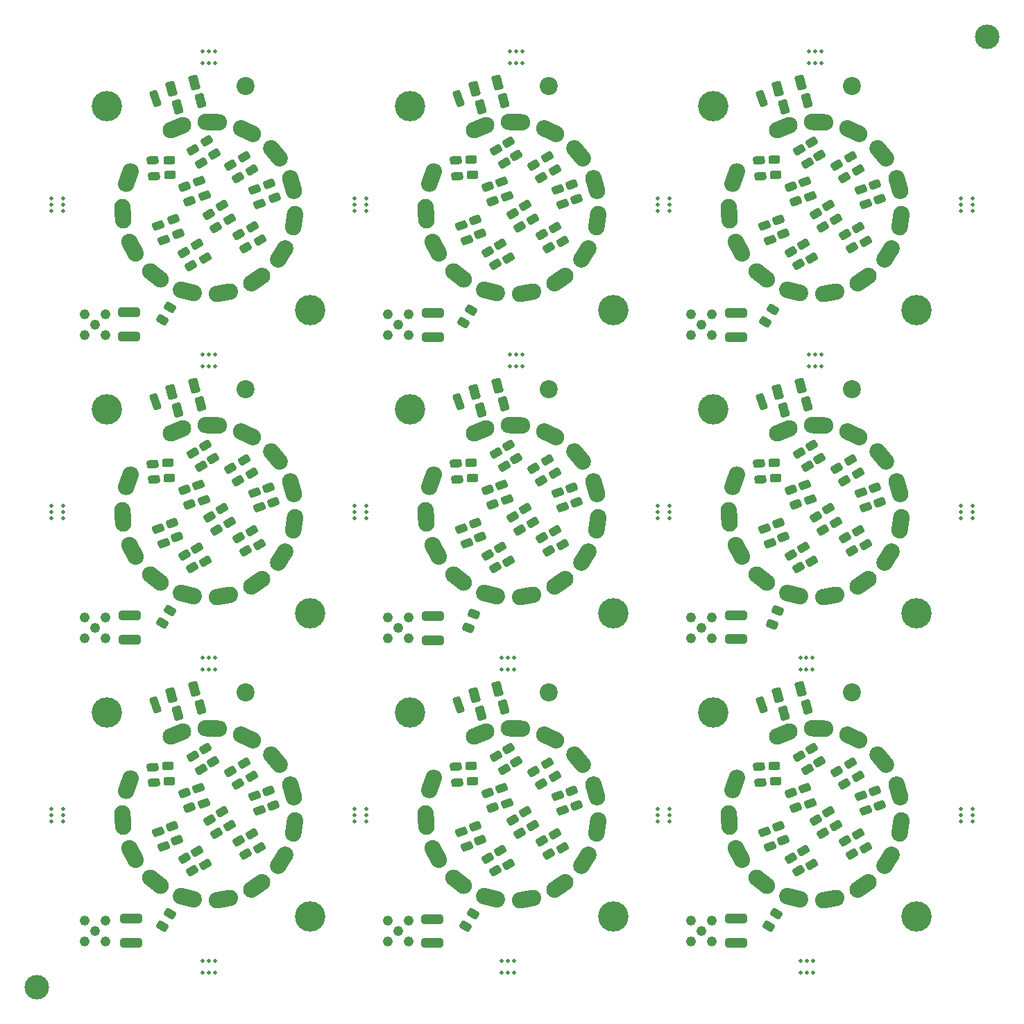
<source format=gbr>
%TF.GenerationSoftware,KiCad,Pcbnew,7.0.9*%
%TF.CreationDate,2024-10-30T14:50:37+01:00*%
%TF.ProjectId,panel,70616e65-6c2e-46b6-9963-61645f706362,rev?*%
%TF.SameCoordinates,Original*%
%TF.FileFunction,Soldermask,Top*%
%TF.FilePolarity,Negative*%
%FSLAX46Y46*%
G04 Gerber Fmt 4.6, Leading zero omitted, Abs format (unit mm)*
G04 Created by KiCad (PCBNEW 7.0.9) date 2024-10-30 14:50:37*
%MOMM*%
%LPD*%
G01*
G04 APERTURE LIST*
G04 Aperture macros list*
%AMRoundRect*
0 Rectangle with rounded corners*
0 $1 Rounding radius*
0 $2 $3 $4 $5 $6 $7 $8 $9 X,Y pos of 4 corners*
0 Add a 4 corners polygon primitive as box body*
4,1,4,$2,$3,$4,$5,$6,$7,$8,$9,$2,$3,0*
0 Add four circle primitives for the rounded corners*
1,1,$1+$1,$2,$3*
1,1,$1+$1,$4,$5*
1,1,$1+$1,$6,$7*
1,1,$1+$1,$8,$9*
0 Add four rect primitives between the rounded corners*
20,1,$1+$1,$2,$3,$4,$5,0*
20,1,$1+$1,$4,$5,$6,$7,0*
20,1,$1+$1,$6,$7,$8,$9,0*
20,1,$1+$1,$8,$9,$2,$3,0*%
%AMHorizOval*
0 Thick line with rounded ends*
0 $1 width*
0 $2 $3 position (X,Y) of the first rounded end (center of the circle)*
0 $4 $5 position (X,Y) of the second rounded end (center of the circle)*
0 Add line between two ends*
20,1,$1,$2,$3,$4,$5,0*
0 Add two circle primitives to create the rounded ends*
1,1,$1,$2,$3*
1,1,$1,$4,$5*%
G04 Aperture macros list end*
%ADD10C,3.000000*%
%ADD11C,0.500000*%
%ADD12C,2.200000*%
%ADD13RoundRect,0.250000X0.021592X-0.790275X0.491438X-0.619264X-0.021592X0.790275X-0.491438X0.619264X0*%
%ADD14C,1.240000*%
%ADD15HorizOval,2.000000X0.273616X0.751754X-0.273616X-0.751754X0*%
%ADD16HorizOval,2.000000X-0.055805X0.798051X0.055805X-0.798051X0*%
%ADD17HorizOval,2.000000X-0.375577X0.706358X0.375577X-0.706358X0*%
%ADD18HorizOval,2.000000X-0.630409X0.492529X0.630409X-0.492529X0*%
%ADD19HorizOval,2.000000X-0.776237X0.193538X0.776237X-0.193538X0*%
%ADD20HorizOval,2.000000X-0.787846X-0.138919X0.787846X0.138919X0*%
%ADD21HorizOval,2.000000X-0.663230X-0.447354X0.663230X0.447354X0*%
%ADD22HorizOval,2.000000X-0.423935X-0.678438X0.423935X0.678438X0*%
%ADD23HorizOval,2.000000X-0.111338X-0.792214X0.111338X0.792214X0*%
%ADD24HorizOval,2.000000X0.220510X-0.769009X-0.220510X0.769009X0*%
%ADD25HorizOval,2.000000X0.514230X-0.612836X-0.514230X0.612836X0*%
%ADD26HorizOval,2.000000X0.719035X-0.350697X-0.719035X0.350697X0*%
%ADD27HorizOval,2.000000X0.799513X-0.027920X-0.799513X0.027920X0*%
%ADD28HorizOval,2.000000X0.741747X0.299685X-0.741747X-0.299685X0*%
%ADD29C,3.700000*%
%ADD30RoundRect,0.250000X0.536362X0.020994X0.286362X0.454006X-0.536362X-0.020994X-0.286362X-0.454006X0*%
%ADD31RoundRect,0.250000X-0.536362X-0.020994X-0.286362X-0.454006X0.536362X0.020994X0.286362X0.454006X0*%
%ADD32RoundRect,0.250000X0.145694X0.711968X-0.482158X0.543736X-0.145694X-0.711968X0.482158X-0.543736X0*%
%ADD33RoundRect,0.250000X0.471166X-0.222281X0.425409X0.300721X-0.471166X0.222281X-0.425409X-0.300721X0*%
%ADD34RoundRect,0.250000X0.531859X-0.072464X0.360849X0.397383X-0.531859X0.072464X-0.360849X-0.397383X0*%
%ADD35RoundRect,0.250000X0.512642X-0.092760X0.333081X0.400578X-0.512642X0.092760X-0.333081X-0.400578X0*%
%ADD36RoundRect,0.250000X0.258461X-0.452332X0.520961X0.002332X-0.258461X0.452332X-0.520961X-0.002332X0*%
%ADD37RoundRect,0.250000X0.520961X-0.002332X0.258461X0.452332X-0.520961X0.002332X-0.258461X-0.452332X0*%
%ADD38RoundRect,0.250000X1.075000X-0.312500X1.075000X0.312500X-1.075000X0.312500X-1.075000X-0.312500X0*%
%ADD39RoundRect,0.250000X-0.520961X0.002332X-0.258461X-0.452332X0.520961X-0.002332X0.258461X0.452332X0*%
%ADD40RoundRect,0.250000X-1.075000X0.312500X-1.075000X-0.312500X1.075000X-0.312500X1.075000X0.312500X0*%
%ADD41RoundRect,0.250000X0.140090X0.684585X-0.463614X0.522823X-0.140090X-0.684585X0.463614X-0.522823X0*%
%ADD42RoundRect,0.250000X0.494981X-0.207650X0.451404X0.290448X-0.494981X0.207650X-0.451404X-0.290448X0*%
%ADD43RoundRect,0.250000X0.333081X-0.400578X0.512642X0.092760X-0.333081X0.400578X-0.512642X-0.092760X0*%
G04 APERTURE END LIST*
D10*
%TO.C,FD1*%
X101499775Y-143000000D03*
%TD*%
%TO.C,FD2*%
X217499775Y-27000000D03*
%TD*%
D11*
%TO.C,mouse-bite-2mm-slot*%
X103249775Y-122750000D03*
X104749775Y-122750000D03*
X103249775Y-122000000D03*
X104749775Y-122000000D03*
X103249775Y-121250000D03*
X104749775Y-121250000D03*
%TD*%
%TO.C,mouse-bite-2mm-slot*%
X103249775Y-85750000D03*
X104749775Y-85750000D03*
X103249775Y-85000000D03*
X104749775Y-85000000D03*
X103249775Y-84250000D03*
X104749775Y-84250000D03*
%TD*%
%TO.C,mouse-bite-2mm-slot*%
X103249775Y-48250000D03*
X104749775Y-48250000D03*
X103249775Y-47500000D03*
X104749775Y-47500000D03*
X103249775Y-46750000D03*
X104749775Y-46750000D03*
%TD*%
%TO.C,mouse-bite-2mm-slot*%
X214249775Y-48250000D03*
X215749775Y-48250000D03*
X214249775Y-47500000D03*
X215749775Y-47500000D03*
X214249775Y-46750000D03*
X215749775Y-46750000D03*
%TD*%
%TO.C,mouse-bite-2mm-slot*%
X214249775Y-85750000D03*
X215749775Y-85750000D03*
X214249775Y-85000000D03*
X215749775Y-85000000D03*
X214249775Y-84250000D03*
X215749775Y-84250000D03*
%TD*%
%TO.C,mouse-bite-2mm-slot*%
X194749775Y-139750000D03*
X194749775Y-141250000D03*
X195499775Y-139750000D03*
X195499775Y-141250000D03*
X196249775Y-139750000D03*
X196249775Y-141250000D03*
%TD*%
%TO.C,mouse-bite-2mm-slot*%
X214249775Y-122750000D03*
X215749775Y-122750000D03*
X214249775Y-122000000D03*
X215749775Y-122000000D03*
X214249775Y-121250000D03*
X215749775Y-121250000D03*
%TD*%
%TO.C,mouse-bite-2mm-slot*%
X158249775Y-139750000D03*
X158249775Y-141250000D03*
X158999775Y-139750000D03*
X158999775Y-141250000D03*
X159749775Y-139750000D03*
X159749775Y-141250000D03*
%TD*%
%TO.C,mouse-bite-2mm-slot*%
X195749775Y-28750000D03*
X195749775Y-30250000D03*
X196499775Y-28750000D03*
X196499775Y-30250000D03*
X197249775Y-28750000D03*
X197249775Y-30250000D03*
%TD*%
%TO.C,mouse-bite-2mm-slot*%
X159249775Y-28750000D03*
X159249775Y-30250000D03*
X159999775Y-28750000D03*
X159999775Y-30250000D03*
X160749775Y-28750000D03*
X160749775Y-30250000D03*
%TD*%
%TO.C,mouse-bite-2mm-slot*%
X121749775Y-28750000D03*
X121749775Y-30250000D03*
X122499775Y-28750000D03*
X122499775Y-30250000D03*
X123249775Y-28750000D03*
X123249775Y-30250000D03*
%TD*%
%TO.C,mouse-bite-2mm-slot*%
X178749775Y-46750000D03*
X177249775Y-46750000D03*
X178749775Y-47500000D03*
X177249775Y-47500000D03*
X178749775Y-48250000D03*
X177249775Y-48250000D03*
%TD*%
%TO.C,mouse-bite-2mm-slot*%
X178749775Y-84250000D03*
X177249775Y-84250000D03*
X178749775Y-85000000D03*
X177249775Y-85000000D03*
X178749775Y-85750000D03*
X177249775Y-85750000D03*
%TD*%
%TO.C,mouse-bite-2mm-slot*%
X178749775Y-121250000D03*
X177249775Y-121250000D03*
X178749775Y-122000000D03*
X177249775Y-122000000D03*
X178749775Y-122750000D03*
X177249775Y-122750000D03*
%TD*%
%TO.C,mouse-bite-2mm-slot*%
X140249775Y-122750000D03*
X141749775Y-122750000D03*
X140249775Y-122000000D03*
X141749775Y-122000000D03*
X140249775Y-121250000D03*
X141749775Y-121250000D03*
%TD*%
%TO.C,mouse-bite-2mm-slot*%
X140249775Y-85750000D03*
X141749775Y-85750000D03*
X140249775Y-85000000D03*
X141749775Y-85000000D03*
X140249775Y-84250000D03*
X141749775Y-84250000D03*
%TD*%
%TO.C,mouse-bite-2mm-slot*%
X140249775Y-48250000D03*
X141749775Y-48250000D03*
X140249775Y-47500000D03*
X141749775Y-47500000D03*
X140249775Y-46750000D03*
X141749775Y-46750000D03*
%TD*%
%TO.C,mouse-bite-2mm-slot*%
X121749775Y-139750000D03*
X121749775Y-141250000D03*
X122499775Y-139750000D03*
X122499775Y-141250000D03*
X123249775Y-139750000D03*
X123249775Y-141250000D03*
%TD*%
%TO.C,mouse-bite-2mm-slot*%
X159749775Y-104250000D03*
X158249775Y-104250000D03*
X158249775Y-102750000D03*
X159749775Y-102750000D03*
X158999775Y-104250000D03*
X158999775Y-102750000D03*
%TD*%
%TO.C,mouse-bite-2mm-slot*%
X195441975Y-102750000D03*
X195441975Y-104250000D03*
X196191975Y-102750000D03*
X194691975Y-102750000D03*
X194691975Y-104250000D03*
X196191975Y-104250000D03*
%TD*%
%TO.C,mouse-bite-2mm-slot*%
X196499775Y-65750000D03*
X196499775Y-67250000D03*
X197249775Y-65750000D03*
X195749775Y-65750000D03*
X195749775Y-67250000D03*
X197249775Y-67250000D03*
%TD*%
%TO.C,mouse-bite-2mm-slot*%
X160749775Y-67250000D03*
X159249775Y-67250000D03*
X159249775Y-65750000D03*
X160749775Y-65750000D03*
X159999775Y-67250000D03*
X159999775Y-65750000D03*
%TD*%
%TO.C,mouse-bite-2mm-slot*%
X121749775Y-102750000D03*
X121749775Y-104250000D03*
X122499775Y-102750000D03*
X122499775Y-104250000D03*
X123249775Y-102750000D03*
X123249775Y-104250000D03*
%TD*%
%TO.C,mouse-bite-2mm-slot*%
X123249775Y-67250000D03*
X121749775Y-67250000D03*
X121749775Y-65750000D03*
X123249775Y-65750000D03*
X122499775Y-67250000D03*
X122499775Y-65750000D03*
%TD*%
D12*
%TO.C,HV_GND*%
X200997975Y-106998200D03*
%TD*%
%TO.C,HV_GND*%
X163997975Y-106998200D03*
%TD*%
%TO.C,HV_GND*%
X126997975Y-107000000D03*
%TD*%
%TO.C,HV_GND*%
X200997975Y-69998200D03*
%TD*%
%TO.C,HV_GND*%
X163997975Y-69998200D03*
%TD*%
%TO.C,HV_GND*%
X126997975Y-70000000D03*
%TD*%
%TO.C,HV_GND*%
X200999775Y-32998200D03*
%TD*%
%TO.C,HV_GND*%
X163999775Y-32998200D03*
%TD*%
%TO.C,HV_GND*%
X126999775Y-33000000D03*
%TD*%
D13*
%TO.C,-HV*%
X189997975Y-108498200D03*
%TD*%
%TO.C,-HV*%
X152997975Y-108498200D03*
%TD*%
%TO.C,-HV*%
X115997975Y-108500000D03*
%TD*%
%TO.C,-HV*%
X189997975Y-71498200D03*
%TD*%
%TO.C,-HV*%
X152997975Y-71498200D03*
%TD*%
%TO.C,-HV*%
X115997975Y-71500000D03*
%TD*%
%TO.C,-HV*%
X189999775Y-34498200D03*
%TD*%
%TO.C,-HV*%
X152999775Y-34498200D03*
%TD*%
%TO.C,-HV*%
X115999775Y-34500000D03*
%TD*%
D14*
%TO.C,OUT*%
X144324975Y-134841400D03*
X144324975Y-137381400D03*
X146864975Y-134841400D03*
X146864975Y-137381400D03*
X145594975Y-136111400D03*
%TD*%
%TO.C,OUT*%
X107324975Y-134843200D03*
X107324975Y-137383200D03*
X109864975Y-134843200D03*
X109864975Y-137383200D03*
X108594975Y-136113200D03*
%TD*%
%TO.C,OUT*%
X182594975Y-136111400D03*
X183864975Y-137381400D03*
X183864975Y-134841400D03*
X181324975Y-137381400D03*
X181324975Y-134841400D03*
%TD*%
%TO.C,OUT*%
X144324975Y-97841400D03*
X144324975Y-100381400D03*
X146864975Y-97841400D03*
X146864975Y-100381400D03*
X145594975Y-99111400D03*
%TD*%
%TO.C,OUT*%
X107324975Y-97843200D03*
X107324975Y-100383200D03*
X109864975Y-97843200D03*
X109864975Y-100383200D03*
X108594975Y-99113200D03*
%TD*%
%TO.C,OUT*%
X182594975Y-99111400D03*
X183864975Y-100381400D03*
X183864975Y-97841400D03*
X181324975Y-100381400D03*
X181324975Y-97841400D03*
%TD*%
%TO.C,OUT*%
X182596775Y-62111400D03*
X183866775Y-63381400D03*
X183866775Y-60841400D03*
X181326775Y-63381400D03*
X181326775Y-60841400D03*
%TD*%
%TO.C,OUT*%
X144326775Y-60841400D03*
X144326775Y-63381400D03*
X146866775Y-60841400D03*
X146866775Y-63381400D03*
X145596775Y-62111400D03*
%TD*%
%TO.C,OUT*%
X107326775Y-60843200D03*
X107326775Y-63383200D03*
X109866775Y-60843200D03*
X109866775Y-63383200D03*
X108596775Y-62113200D03*
%TD*%
D15*
%TO.C,U1x3*%
X186650492Y-44221491D03*
D16*
X186011789Y-48546643D03*
D17*
X187187510Y-52757658D03*
D18*
X189974348Y-56126395D03*
D19*
X193890456Y-58070381D03*
D20*
X198258681Y-58253482D03*
D21*
X202323728Y-56644029D03*
D22*
X205382708Y-53520318D03*
D23*
X206906703Y-49422472D03*
D24*
X206632186Y-45059035D03*
D25*
X204606657Y-41184491D03*
D26*
X201180304Y-38468785D03*
D27*
X196945601Y-37381483D03*
D28*
X192634757Y-38110592D03*
D29*
X208852648Y-60384485D03*
X184062646Y-35494488D03*
%TD*%
D15*
%TO.C,U2x3*%
X186648692Y-81221641D03*
D16*
X186009989Y-85546793D03*
D17*
X187185710Y-89757808D03*
D18*
X189972548Y-93126545D03*
D19*
X193888656Y-95070531D03*
D20*
X198256881Y-95253632D03*
D21*
X202321928Y-93644179D03*
D22*
X205380908Y-90520468D03*
D23*
X206904903Y-86422622D03*
D24*
X206630386Y-82059185D03*
D25*
X204604857Y-78184641D03*
D26*
X201178504Y-75468935D03*
D27*
X196943801Y-74381633D03*
D28*
X192632957Y-75110742D03*
D29*
X208850848Y-97384635D03*
X184060846Y-72494638D03*
%TD*%
D15*
%TO.C,U3x3*%
X186648692Y-118221791D03*
D16*
X186009989Y-122546943D03*
D17*
X187185710Y-126757958D03*
D18*
X189972548Y-130126695D03*
D19*
X193888656Y-132070681D03*
D20*
X198256881Y-132253782D03*
D21*
X202321928Y-130644329D03*
D22*
X205380908Y-127520618D03*
D23*
X206904903Y-123422772D03*
D24*
X206630386Y-119059335D03*
D25*
X204604857Y-115184791D03*
D26*
X201178504Y-112469085D03*
D27*
X196943801Y-111381783D03*
D28*
X192632957Y-112110892D03*
D29*
X208850848Y-134384785D03*
X184060846Y-109494788D03*
%TD*%
D30*
%TO.C,C10*%
X122049925Y-53997726D03*
X121099925Y-52352278D03*
%TD*%
D31*
%TO.C,C36*%
X124098125Y-84602428D03*
X125048125Y-86247876D03*
%TD*%
D32*
%TO.C,C46*%
X157748016Y-69541594D03*
X154898534Y-70305110D03*
%TD*%
D33*
%TO.C,R73*%
X117652655Y-117834330D03*
X117493595Y-116016274D03*
%TD*%
D32*
%TO.C,C5*%
X191900484Y-33304960D03*
X194749966Y-32541444D03*
%TD*%
D34*
%TO.C,C61*%
X202068508Y-82580728D03*
X202718346Y-84366144D03*
%TD*%
D35*
%TO.C,R90*%
X167385368Y-120780972D03*
X166761182Y-119066032D03*
%TD*%
D30*
%TO.C,C32*%
X201736816Y-50304191D03*
X202686816Y-51949639D03*
%TD*%
D36*
%TO.C,R83*%
X153867025Y-135565113D03*
X154779525Y-133984617D03*
%TD*%
D37*
%TO.C,R9*%
X127031175Y-52715250D03*
X126118675Y-51134754D03*
%TD*%
%TO.C,R66*%
X157470567Y-91797053D03*
X156558067Y-90216557D03*
%TD*%
%TO.C,R72*%
X196117175Y-113883254D03*
X197029675Y-115463750D03*
%TD*%
D38*
%TO.C,RT6*%
X186871175Y-97589900D03*
X186871175Y-100514900D03*
%TD*%
D39*
%TO.C,R39*%
X122562857Y-85602587D03*
X123475357Y-87183083D03*
%TD*%
D37*
%TO.C,R64*%
X123029375Y-115465550D03*
X122116875Y-113885054D03*
%TD*%
%TO.C,R45*%
X164029525Y-89713600D03*
X163117025Y-88133104D03*
%TD*%
D30*
%TO.C,C21*%
X165686666Y-51949639D03*
X164736666Y-50304191D03*
%TD*%
%TO.C,C66*%
X122048125Y-90997876D03*
X121098125Y-89352428D03*
%TD*%
%TO.C,C22*%
X164744348Y-43275389D03*
X163794348Y-41629941D03*
%TD*%
D37*
%TO.C,R30*%
X199118975Y-42632954D03*
X200031475Y-44213450D03*
%TD*%
D30*
%TO.C,C73*%
X194597150Y-114784146D03*
X195547150Y-116429594D03*
%TD*%
D29*
%TO.C,U2x2*%
X147060696Y-72494638D03*
X171850698Y-97384635D03*
D28*
X155632807Y-75110742D03*
D27*
X159943651Y-74381633D03*
D26*
X164178354Y-75468935D03*
D25*
X167604707Y-78184641D03*
D24*
X169630236Y-82059185D03*
D23*
X169904753Y-86422622D03*
D22*
X168380758Y-90520468D03*
D21*
X165321778Y-93644179D03*
D20*
X161256731Y-95253632D03*
D19*
X156888506Y-95070531D03*
D18*
X152972398Y-93126545D03*
D17*
X150185560Y-89757808D03*
D16*
X149009839Y-85546793D03*
D15*
X149648542Y-81221641D03*
%TD*%
D37*
%TO.C,R36*%
X123029375Y-78465400D03*
X122116875Y-76884904D03*
%TD*%
D35*
%TO.C,R32*%
X193513132Y-45315732D03*
X194137318Y-47030672D03*
%TD*%
%TO.C,R12*%
X120137018Y-47032472D03*
X119512832Y-45317532D03*
%TD*%
%TO.C,R81*%
X130385218Y-120782772D03*
X129761032Y-119067832D03*
%TD*%
D37*
%TO.C,R68*%
X160029525Y-115463750D03*
X159117025Y-113883254D03*
%TD*%
D35*
%TO.C,R22*%
X157137168Y-47030672D03*
X156512982Y-45315732D03*
%TD*%
D37*
%TO.C,R13*%
X126031175Y-44215250D03*
X125118675Y-42634754D03*
%TD*%
D40*
%TO.C,RT1*%
X112813175Y-60625300D03*
X112813175Y-63550300D03*
%TD*%
D34*
%TO.C,C35*%
X128718046Y-84367944D03*
X128068208Y-82582528D03*
%TD*%
D33*
%TO.C,R25*%
X191495695Y-42014174D03*
X191654755Y-43832230D03*
%TD*%
D32*
%TO.C,C3*%
X157749816Y-32541444D03*
X154900334Y-33304960D03*
%TD*%
D41*
%TO.C,R1*%
X121487592Y-34796479D03*
X118662258Y-35553525D03*
%TD*%
D35*
%TO.C,R4*%
X130536868Y-46657470D03*
X129912682Y-44942530D03*
%TD*%
%TO.C,R5*%
X118811868Y-51007470D03*
X118187682Y-49292530D03*
%TD*%
%TO.C,R91*%
X192011332Y-123316032D03*
X192635518Y-125030972D03*
%TD*%
D32*
%TO.C,C65*%
X120747866Y-106543544D03*
X117898384Y-107307060D03*
%TD*%
D37*
%TO.C,R58*%
X200117175Y-88133104D03*
X201029675Y-89713600D03*
%TD*%
%TO.C,R17*%
X160031325Y-41463450D03*
X159118825Y-39882954D03*
%TD*%
D30*
%TO.C,C86*%
X159048275Y-127996226D03*
X158098275Y-126350778D03*
%TD*%
%TO.C,C68*%
X159048275Y-90996076D03*
X158098275Y-89350628D03*
%TD*%
D33*
%TO.C,R53*%
X191493895Y-79014324D03*
X191652955Y-80832380D03*
%TD*%
D34*
%TO.C,C49*%
X153997338Y-88790399D03*
X153347500Y-87004983D03*
%TD*%
D41*
%TO.C,R61*%
X121485792Y-108796779D03*
X118660458Y-109553825D03*
%TD*%
%TO.C,R65*%
X158485942Y-108794979D03*
X155660608Y-109552025D03*
%TD*%
D40*
%TO.C,RT4*%
X112862175Y-97617100D03*
X112862175Y-100542100D03*
%TD*%
D42*
%TO.C,C37*%
X115840451Y-81000229D03*
X115674855Y-79107459D03*
%TD*%
D33*
%TO.C,R38*%
X117652655Y-80834180D03*
X117493595Y-79016124D03*
%TD*%
D43*
%TO.C,R67*%
X154190082Y-99173270D03*
X154814268Y-97458330D03*
%TD*%
D41*
%TO.C,R48*%
X158485942Y-71794829D03*
X155660608Y-72551875D03*
%TD*%
D30*
%TO.C,C74*%
X195098425Y-89350628D03*
X196048425Y-90996076D03*
%TD*%
D39*
%TO.C,R29*%
X197477457Y-50181133D03*
X196564957Y-48600637D03*
%TD*%
D37*
%TO.C,R49*%
X163029525Y-81213600D03*
X162117025Y-79633104D03*
%TD*%
D34*
%TO.C,C43*%
X116997188Y-88792199D03*
X116347350Y-87006783D03*
%TD*%
D37*
%TO.C,R89*%
X164029525Y-126713750D03*
X163117025Y-125133254D03*
%TD*%
D30*
%TO.C,C70*%
X158547000Y-116429594D03*
X157597000Y-114784146D03*
%TD*%
D37*
%TO.C,R31*%
X200118975Y-51132954D03*
X201031475Y-52713450D03*
%TD*%
D31*
%TO.C,C82*%
X124098125Y-121602578D03*
X125048125Y-123248026D03*
%TD*%
D37*
%TO.C,R19*%
X164031325Y-52713450D03*
X163118825Y-51132954D03*
%TD*%
%TO.C,R8*%
X123156025Y-41315248D03*
X122243525Y-39734752D03*
%TD*%
D29*
%TO.C,U2x1*%
X110060546Y-72496438D03*
X134850548Y-97386435D03*
D28*
X118632657Y-75112542D03*
D27*
X122943501Y-74383433D03*
D26*
X127178204Y-75470735D03*
D25*
X130604557Y-78186441D03*
D24*
X132630086Y-82060985D03*
D23*
X132904603Y-86424422D03*
D22*
X131380608Y-90522268D03*
D21*
X128321628Y-93645979D03*
D20*
X124256581Y-95255432D03*
D19*
X119888356Y-95072331D03*
D18*
X115972248Y-93128345D03*
D17*
X113185410Y-89759608D03*
D16*
X112009689Y-85548593D03*
D15*
X112648392Y-81223441D03*
%TD*%
D40*
%TO.C,RT9*%
X186820375Y-137557500D03*
X186820375Y-134632500D03*
%TD*%
D31*
%TO.C,C19*%
X161100075Y-47600478D03*
X162050075Y-49245926D03*
%TD*%
D30*
%TO.C,C79*%
X122048125Y-127998026D03*
X121098125Y-126352578D03*
%TD*%
%TO.C,C47*%
X165684866Y-88949789D03*
X164734866Y-87304341D03*
%TD*%
D41*
%TO.C,R40*%
X121485792Y-71796629D03*
X118660458Y-72553675D03*
%TD*%
D35*
%TO.C,R98*%
X203761332Y-119066032D03*
X204385518Y-120780972D03*
%TD*%
D30*
%TO.C,C50*%
X164742548Y-80275539D03*
X163792548Y-78630091D03*
%TD*%
%TO.C,C51*%
X158547000Y-79429444D03*
X157597000Y-77783996D03*
%TD*%
D37*
%TO.C,R78*%
X126029375Y-118215550D03*
X125116875Y-116635054D03*
%TD*%
%TO.C,R80*%
X120470417Y-128799003D03*
X119557917Y-127218507D03*
%TD*%
D32*
%TO.C,C2*%
X120749666Y-32543244D03*
X117900184Y-33306760D03*
%TD*%
D34*
%TO.C,C96*%
X195232688Y-118724096D03*
X195882526Y-120509512D03*
%TD*%
D30*
%TO.C,C7*%
X127774775Y-43247724D03*
X126824775Y-41602276D03*
%TD*%
D42*
%TO.C,C44*%
X152840601Y-80998429D03*
X152675005Y-79105659D03*
%TD*%
D30*
%TO.C,C24*%
X159050075Y-53995926D03*
X158100075Y-52350478D03*
%TD*%
D37*
%TO.C,R97*%
X199117175Y-116633254D03*
X200029675Y-118213750D03*
%TD*%
D30*
%TO.C,C31*%
X195100225Y-52350478D03*
X196050225Y-53995926D03*
%TD*%
D37*
%TO.C,R20*%
X163031325Y-44213450D03*
X162118825Y-42632954D03*
%TD*%
D32*
%TO.C,C69*%
X157748016Y-106541744D03*
X154898534Y-107305260D03*
%TD*%
D34*
%TO.C,C12*%
X116998988Y-51792049D03*
X116349150Y-50006633D03*
%TD*%
D30*
%TO.C,C16*%
X158548800Y-42429294D03*
X157598800Y-40783846D03*
%TD*%
%TO.C,C38*%
X128684716Y-88951589D03*
X127734716Y-87306141D03*
%TD*%
D34*
%TO.C,C81*%
X121882226Y-120511312D03*
X121232388Y-118725896D03*
%TD*%
D35*
%TO.C,R33*%
X203763132Y-45065732D03*
X204387318Y-46780672D03*
%TD*%
D36*
%TO.C,R6*%
X116868675Y-61566613D03*
X117781175Y-59986117D03*
%TD*%
D42*
%TO.C,C55*%
X189675155Y-79105659D03*
X189840751Y-80998429D03*
%TD*%
D30*
%TO.C,C41*%
X121546850Y-79431244D03*
X120596850Y-77785796D03*
%TD*%
D35*
%TO.C,R15*%
X155637168Y-51030672D03*
X155012982Y-49315732D03*
%TD*%
D30*
%TO.C,C60*%
X200792698Y-78630091D03*
X201742698Y-80275539D03*
%TD*%
D34*
%TO.C,C14*%
X128719846Y-47367794D03*
X128070008Y-45582378D03*
%TD*%
%TO.C,C78*%
X116997188Y-125792349D03*
X116347350Y-124006933D03*
%TD*%
D35*
%TO.C,R52*%
X192011332Y-86315882D03*
X192635518Y-88030822D03*
%TD*%
D30*
%TO.C,C33*%
X194598950Y-40783846D03*
X195548950Y-42429294D03*
%TD*%
D31*
%TO.C,C27*%
X199050225Y-49245926D03*
X198100225Y-47600478D03*
%TD*%
D30*
%TO.C,C28*%
X200794498Y-41629941D03*
X201744498Y-43275389D03*
%TD*%
D37*
%TO.C,R96*%
X193558217Y-127216707D03*
X194470717Y-128797203D03*
%TD*%
%TO.C,R55*%
X196117175Y-76883104D03*
X197029675Y-78463600D03*
%TD*%
D30*
%TO.C,C98*%
X201735016Y-124304491D03*
X202685016Y-125949939D03*
%TD*%
%TO.C,C80*%
X127742398Y-117277489D03*
X126792398Y-115632041D03*
%TD*%
%TO.C,C84*%
X165684866Y-125949939D03*
X164734866Y-124304491D03*
%TD*%
D34*
%TO.C,C97*%
X202068508Y-119580878D03*
X202718346Y-121366294D03*
%TD*%
D29*
%TO.C,U3x1*%
X110060546Y-109496588D03*
X134850548Y-134386585D03*
D28*
X118632657Y-112112692D03*
D27*
X122943501Y-111383583D03*
D26*
X127178204Y-112470885D03*
D25*
X130604557Y-115186591D03*
D24*
X132630086Y-119061135D03*
D23*
X132904603Y-123424572D03*
D22*
X131380608Y-127522418D03*
D21*
X128321628Y-130646129D03*
D20*
X124256581Y-132255582D03*
D19*
X119888356Y-132072481D03*
D18*
X115972248Y-130128495D03*
D17*
X113185410Y-126759758D03*
D16*
X112009689Y-122548743D03*
D15*
X112648392Y-118223591D03*
%TD*%
D40*
%TO.C,RT2*%
X149855775Y-60699700D03*
X149855775Y-63624700D03*
%TD*%
D34*
%TO.C,C91*%
X153997338Y-125790549D03*
X153347500Y-124005133D03*
%TD*%
D33*
%TO.C,R16*%
X154654605Y-43832230D03*
X154495545Y-42014174D03*
%TD*%
D30*
%TO.C,C11*%
X121548650Y-42431094D03*
X120598650Y-40785646D03*
%TD*%
D29*
%TO.C,U1x1*%
X110062346Y-35496288D03*
X134852348Y-60386285D03*
D28*
X118634457Y-38112392D03*
D27*
X122945301Y-37383283D03*
D26*
X127180004Y-38470585D03*
D25*
X130606357Y-41186291D03*
D24*
X132631886Y-45060835D03*
D23*
X132906403Y-49424272D03*
D22*
X131382408Y-53522118D03*
D21*
X128323428Y-56645829D03*
D20*
X124258381Y-58255282D03*
D19*
X119890156Y-58072181D03*
D18*
X115974048Y-56128195D03*
D17*
X113187210Y-52759458D03*
D16*
X112011489Y-48548443D03*
D15*
X112650192Y-44223291D03*
%TD*%
D34*
%TO.C,C39*%
X121882226Y-83511162D03*
X121232388Y-81725746D03*
%TD*%
D42*
%TO.C,C77*%
X115840451Y-118000379D03*
X115674855Y-116107609D03*
%TD*%
D30*
%TO.C,C95*%
X200792698Y-115630241D03*
X201742698Y-117275689D03*
%TD*%
%TO.C,C76*%
X128684716Y-125951739D03*
X127734716Y-124306291D03*
%TD*%
D42*
%TO.C,C93*%
X189675155Y-116105809D03*
X189840751Y-117998579D03*
%TD*%
D34*
%TO.C,C52*%
X158882376Y-83509362D03*
X158232538Y-81723946D03*
%TD*%
%TO.C,C53*%
X165718196Y-84366144D03*
X165068358Y-82580728D03*
%TD*%
D31*
%TO.C,C63*%
X199048425Y-86246076D03*
X198098425Y-84600628D03*
%TD*%
D35*
%TO.C,R59*%
X203761332Y-82065882D03*
X204385518Y-83780822D03*
%TD*%
%TO.C,R95*%
X193511332Y-119316032D03*
X194135518Y-121030972D03*
%TD*%
%TO.C,R34*%
X118635218Y-88032622D03*
X118011032Y-86317682D03*
%TD*%
D34*
%TO.C,C92*%
X190347650Y-124005133D03*
X190997488Y-125790549D03*
%TD*%
D33*
%TO.C,R87*%
X154652805Y-117832530D03*
X154493745Y-116014474D03*
%TD*%
D37*
%TO.C,R27*%
X196118975Y-39882954D03*
X197031475Y-41463450D03*
%TD*%
D29*
%TO.C,U1x2*%
X147062496Y-35494488D03*
X171852498Y-60384485D03*
D28*
X155634607Y-38110592D03*
D27*
X159945451Y-37381483D03*
D26*
X164180154Y-38468785D03*
D25*
X167606507Y-41184491D03*
D24*
X169632036Y-45059035D03*
D23*
X169906553Y-49422472D03*
D22*
X168382558Y-53520318D03*
D21*
X165323578Y-56644029D03*
D20*
X161258531Y-58253482D03*
D19*
X156890306Y-58070381D03*
D18*
X152974198Y-56126395D03*
D17*
X150187360Y-52757658D03*
D16*
X149011639Y-48546643D03*
D15*
X149650342Y-44221491D03*
%TD*%
D30*
%TO.C,C67*%
X121546850Y-116431394D03*
X120596850Y-114785946D03*
%TD*%
D35*
%TO.C,R77*%
X120135218Y-121032772D03*
X119511032Y-119317832D03*
%TD*%
D30*
%TO.C,C40*%
X127742398Y-80277339D03*
X126792398Y-78631891D03*
%TD*%
D35*
%TO.C,R24*%
X192013132Y-49315732D03*
X192637318Y-51030672D03*
%TD*%
D32*
%TO.C,C59*%
X191898684Y-70305110D03*
X194748166Y-69541594D03*
%TD*%
D39*
%TO.C,R86*%
X159563007Y-122600937D03*
X160475507Y-124181433D03*
%TD*%
D36*
%TO.C,R74*%
X116866875Y-135566913D03*
X117779375Y-133986417D03*
%TD*%
D39*
%TO.C,R7*%
X122468525Y-48684752D03*
X123381025Y-50265248D03*
%TD*%
%TO.C,R94*%
X197475657Y-124181433D03*
X196563157Y-122600937D03*
%TD*%
D30*
%TO.C,C58*%
X201735016Y-87304341D03*
X202685016Y-88949789D03*
%TD*%
D35*
%TO.C,R84*%
X155635368Y-125030972D03*
X155011182Y-123316032D03*
%TD*%
D37*
%TO.C,R85*%
X163029525Y-118213750D03*
X162117025Y-116633254D03*
%TD*%
D35*
%TO.C,R79*%
X118635218Y-125032772D03*
X118011032Y-123317832D03*
%TD*%
D36*
%TO.C,R23*%
X191317025Y-60254352D03*
X190404525Y-61834848D03*
%TD*%
D39*
%TO.C,R54*%
X197475657Y-87181283D03*
X196563157Y-85600787D03*
%TD*%
%TO.C,R14*%
X159564807Y-48600637D03*
X160477307Y-50181133D03*
%TD*%
%TO.C,R76*%
X122562857Y-122602737D03*
X123475357Y-124183233D03*
%TD*%
D36*
%TO.C,R21*%
X153565125Y-61911048D03*
X154477625Y-60330552D03*
%TD*%
D35*
%TO.C,R44*%
X155635368Y-88030822D03*
X155011182Y-86315882D03*
%TD*%
D31*
%TO.C,C94*%
X199048425Y-123246226D03*
X198098425Y-121600778D03*
%TD*%
D41*
%TO.C,R2*%
X158487742Y-34794679D03*
X155662408Y-35551725D03*
%TD*%
D31*
%TO.C,C9*%
X124099925Y-47602278D03*
X125049925Y-49247726D03*
%TD*%
D35*
%TO.C,R37*%
X120135218Y-84032622D03*
X119511032Y-82317682D03*
%TD*%
D43*
%TO.C,R69*%
X191907668Y-97026530D03*
X191283482Y-98741470D03*
%TD*%
D30*
%TO.C,C8*%
X128799775Y-51822724D03*
X127849775Y-50177276D03*
%TD*%
D42*
%TO.C,C25*%
X189676955Y-42105509D03*
X189842551Y-43998279D03*
%TD*%
D39*
%TO.C,R43*%
X159563007Y-85600787D03*
X160475507Y-87181283D03*
%TD*%
D40*
%TO.C,RT8*%
X149803175Y-134657900D03*
X149803175Y-137582900D03*
%TD*%
D37*
%TO.C,R60*%
X199117175Y-79633104D03*
X200029675Y-81213600D03*
%TD*%
D34*
%TO.C,C88*%
X158882376Y-120509512D03*
X158232538Y-118724096D03*
%TD*%
D42*
%TO.C,C90*%
X152840601Y-117998579D03*
X152675005Y-116105809D03*
%TD*%
D41*
%TO.C,R71*%
X192660758Y-109552025D03*
X195486092Y-108794979D03*
%TD*%
D34*
%TO.C,C54*%
X190347650Y-87004983D03*
X190997488Y-88790399D03*
%TD*%
%TO.C,C26*%
X190349450Y-50004833D03*
X190999288Y-51790249D03*
%TD*%
D36*
%TO.C,R62*%
X116866875Y-98566763D03*
X117779375Y-96986267D03*
%TD*%
D31*
%TO.C,C89*%
X161098275Y-121600778D03*
X162048275Y-123246226D03*
%TD*%
D37*
%TO.C,R63*%
X120470417Y-91798853D03*
X119557917Y-90218357D03*
%TD*%
%TO.C,R99*%
X200117175Y-125133254D03*
X201029675Y-126713750D03*
%TD*%
D36*
%TO.C,R93*%
X191779675Y-133984617D03*
X190867175Y-135565113D03*
%TD*%
D33*
%TO.C,R11*%
X117804305Y-43884028D03*
X117645245Y-42065972D03*
%TD*%
D34*
%TO.C,C83*%
X128718046Y-121368094D03*
X128068208Y-119582678D03*
%TD*%
D41*
%TO.C,R3*%
X192662558Y-35551725D03*
X195487892Y-34794679D03*
%TD*%
D33*
%TO.C,R50*%
X154652805Y-80832380D03*
X154493745Y-79014324D03*
%TD*%
D37*
%TO.C,R75*%
X127029375Y-126715550D03*
X126116875Y-125135054D03*
%TD*%
%TO.C,R70*%
X193558217Y-90216557D03*
X194470717Y-91797053D03*
%TD*%
D33*
%TO.C,R92*%
X191493895Y-116014474D03*
X191652955Y-117832530D03*
%TD*%
D32*
%TO.C,C42*%
X120747866Y-69543394D03*
X117898384Y-70306910D03*
%TD*%
D35*
%TO.C,R57*%
X193511332Y-82315882D03*
X194135518Y-84030822D03*
%TD*%
D32*
%TO.C,C75*%
X191898684Y-107305260D03*
X194748166Y-106541744D03*
%TD*%
D40*
%TO.C,RT5*%
X149879375Y-97691500D03*
X149879375Y-100616500D03*
%TD*%
D34*
%TO.C,C18*%
X158884176Y-46509212D03*
X158234338Y-44723796D03*
%TD*%
D30*
%TO.C,C85*%
X164742548Y-117275689D03*
X163792548Y-115630241D03*
%TD*%
D34*
%TO.C,C29*%
X195234488Y-44723796D03*
X195884326Y-46509212D03*
%TD*%
D42*
%TO.C,C23*%
X152842401Y-43998279D03*
X152676805Y-42105509D03*
%TD*%
D35*
%TO.C,R51*%
X167385368Y-83780822D03*
X166761182Y-82065882D03*
%TD*%
D37*
%TO.C,R82*%
X157470567Y-128797203D03*
X156558067Y-127216707D03*
%TD*%
D30*
%TO.C,C56*%
X194597150Y-77783996D03*
X195547150Y-79429444D03*
%TD*%
D34*
%TO.C,C15*%
X121974694Y-46367708D03*
X121324856Y-44582292D03*
%TD*%
D41*
%TO.C,R56*%
X192660758Y-72551875D03*
X195486092Y-71794829D03*
%TD*%
D37*
%TO.C,R35*%
X126029375Y-81215400D03*
X125116875Y-79634904D03*
%TD*%
D35*
%TO.C,R47*%
X157135368Y-84030822D03*
X156511182Y-82315882D03*
%TD*%
D40*
%TO.C,RT3*%
X186822175Y-63624700D03*
X186822175Y-60699700D03*
%TD*%
D30*
%TO.C,C99*%
X195098425Y-126350778D03*
X196048425Y-127996226D03*
%TD*%
D31*
%TO.C,C48*%
X161098275Y-84600628D03*
X162048275Y-86246076D03*
%TD*%
D37*
%TO.C,R46*%
X160029525Y-78463600D03*
X159117025Y-76883104D03*
%TD*%
%TO.C,R10*%
X120331025Y-54940248D03*
X119418525Y-53359752D03*
%TD*%
D35*
%TO.C,R26*%
X167387168Y-46780672D03*
X166762982Y-45065732D03*
%TD*%
D34*
%TO.C,C30*%
X202070308Y-45580578D03*
X202720146Y-47365994D03*
%TD*%
%TO.C,C20*%
X153999138Y-51790249D03*
X153349300Y-50004833D03*
%TD*%
%TO.C,C87*%
X165718196Y-121366294D03*
X165068358Y-119580878D03*
%TD*%
%TO.C,C62*%
X195232688Y-81723946D03*
X195882526Y-83509362D03*
%TD*%
D37*
%TO.C,R18*%
X157472367Y-54796903D03*
X156559867Y-53216407D03*
%TD*%
D42*
%TO.C,C13*%
X115842251Y-44000079D03*
X115676655Y-42107309D03*
%TD*%
D34*
%TO.C,C17*%
X165719996Y-47365994D03*
X165070158Y-45580578D03*
%TD*%
D40*
%TO.C,RT7*%
X113014575Y-134634300D03*
X113014575Y-137559300D03*
%TD*%
D29*
%TO.C,U3x2*%
X147060696Y-109494788D03*
X171850698Y-134384785D03*
D28*
X155632807Y-112110892D03*
D27*
X159943651Y-111381783D03*
D26*
X164178354Y-112469085D03*
D25*
X167604707Y-115184791D03*
D24*
X169630236Y-119059335D03*
D23*
X169904753Y-123422772D03*
D22*
X168380758Y-127520618D03*
D21*
X165321778Y-130644329D03*
D20*
X161256731Y-132253782D03*
D19*
X156888506Y-132070681D03*
D18*
X152972398Y-130126695D03*
D17*
X150185560Y-126757958D03*
D16*
X149009839Y-122546943D03*
D15*
X149648542Y-118221791D03*
%TD*%
D37*
%TO.C,R42*%
X127029375Y-89715400D03*
X126116875Y-88134904D03*
%TD*%
D35*
%TO.C,R88*%
X157135368Y-121030972D03*
X156511182Y-119316032D03*
%TD*%
%TO.C,R41*%
X130385218Y-83782622D03*
X129761032Y-82067682D03*
%TD*%
D37*
%TO.C,R28*%
X193560017Y-53216407D03*
X194472517Y-54796903D03*
%TD*%
M02*

</source>
